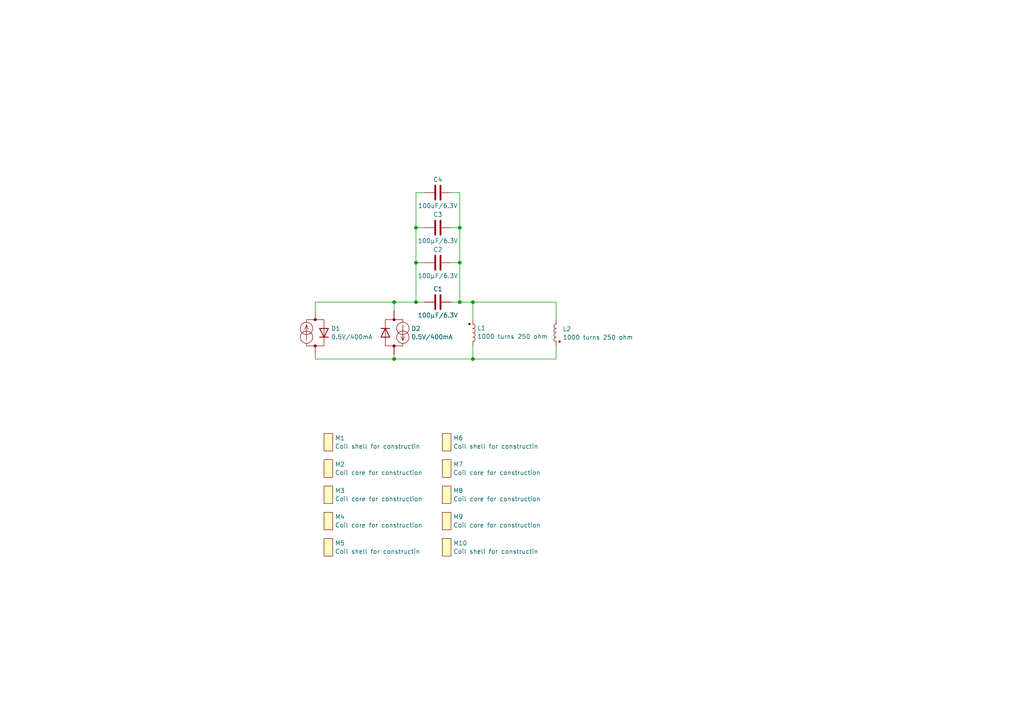
<source format=kicad_sch>
(kicad_sch (version 20230121) (generator eeschema)
  (paper "A4")
  (lib_symbols
    (symbol "Device:C" (pin_numbers hide) (pin_names (offset 0.254))
      (property "Reference" "C" (at 0.635 2.54 0))
      (property "Value" "C" (at 0.635 -2.54 0))
      (symbol "C_0_1"
        (polyline (pts (xy -2.032 -0.762) (xy 2.032 -0.762)) (stroke (width 0.508)))
        (polyline (pts (xy -2.032 0.762) (xy 2.032 0.762)) (stroke (width 0.508)))
      )
      (symbol "C_1_1"
        (pin passive line (at 0 3.81 270) (length 2.794) (name "~") (number "1"))
        (pin passive line (at 0 -3.81 90) (length 2.794) (name "~") (number "2"))
      )
    )
    (symbol "pendulum:Coil" (pin_numbers hide) (pin_names (offset 1.016) hide)
      (property "Reference" "L" (at 2.794 0.762 0))
      (property "Value" "1000 turns 250 ohm" (at 12.192 -1.27 0))
      (symbol "Coil_0_1"
        (arc (start 0 -2.54) (mid 0.6323 -1.905) (end 0 -1.27))
        (arc (start 0 -1.27) (mid 0.6323 -0.635) (end 0 0))
        (arc (start 0 0) (mid 0.6323 0.635) (end 0 1.27))
        (arc (start 0 1.27) (mid 0.6323 1.905) (end 0 2.54))
      )
      (symbol "Coil_1_1"
        (circle (center -1.016 2.54) (radius 0.254) (fill (type outline)))
        (pin passive line (at 0 3.81 270) (length 1.27) (name "1") (number "1"))
        (pin passive line (at 0 -3.81 90) (length 1.27) (name "2") (number "2"))
      )
    )
    (symbol "pendulum:Coil_core_for_construction"
      (property "Reference" "M" (at 3.81 -1.27 0))
      (property "Value" "Coil core for construction" (at 3.81 -3.81 0))
      (symbol "Coil_core_for_construction_1_1"
        (rectangle (start 0 0) (end 2.54 -5.08) (fill (type background)))
      )
    )
    (symbol "pendulum:Coil_shell_for_construction"
      (property "Reference" "M" (at 3.81 -1.27 0))
      (property "Value" "Coil shell for constructin" (at 3.81 -3.81 0))
      (symbol "Coil_shell_for_construction_1_1"
        (rectangle (start 0 0) (end 2.54 -5.08) (fill (type background)))
      )
    )
    (symbol "pendulum:solar_cell" (pin_numbers hide) (pin_names hide)
      (property "Reference" "D" (at 5.08 0 0))
      (property "Value" "0.5V/400mA" (at 10.16 -2.54 0))
      (symbol "solar_cell_0_1"
        (circle (center -2.54 -2.54) (radius 1.7961))
        (circle (center -2.54 0) (radius 1.7961))
        (polyline (pts (xy -2.032 -0.254) (xy -2.54 1.016)))
        (polyline (pts (xy 1.27 -2.54) (xy 3.81 -2.54)) (stroke (width 0.254)))
        (polyline (pts (xy 2.54 0) (xy 2.54 -2.54)))
        (polyline (pts (xy -2.54 -3.556) (xy -2.54 1.016) (xy -3.048 -0.254)))
        (polyline (pts (xy -2.54 -4.318) (xy -2.54 -5.08) (xy 2.54 -5.08) (xy 2.54 -2.54)))
        (polyline (pts (xy -2.54 1.778) (xy -2.54 2.54) (xy 2.54 2.54) (xy 2.54 0)))
        (polyline (pts (xy 1.27 0) (xy 3.81 0) (xy 2.54 -2.54) (xy 1.27 0)) (stroke (width 0.254)))
      )
      (symbol "solar_cell_1_1"
        (circle (center 0 -5.08) (radius 0.3592) (fill (type outline)))
        (circle (center 0 2.54) (radius 0.3592) (fill (type outline)))
        (pin passive line (at 0 5.08 270) (length 2.54) (name "A") (number "1"))
        (pin passive line (at 0 -7.62 90) (length 2.54) (name "K") (number "2"))
      )
    )
  )
  (junction (at 137.16 104.14))
  (junction (at 120.65 87.63))
  (junction (at 133.35 66.04))
  (junction (at 114.3 87.63))
  (junction (at 133.35 76.2))
  (junction (at 133.35 87.63))
  (junction (at 120.65 76.2))
  (junction (at 137.16 87.63))
  (junction (at 114.3 104.14))
  (junction (at 120.65 66.04))
  (wire (pts (xy 120.65 55.88) (xy 120.65 66.04)))
  (wire (pts (xy 133.35 87.63) (xy 137.16 87.63)))
  (wire (pts (xy 161.29 104.14) (xy 137.16 104.14)))
  (wire (pts (xy 91.44 102.87) (xy 91.44 104.14)))
  (wire (pts (xy 120.65 76.2) (xy 120.65 87.63)))
  (wire (pts (xy 137.16 104.14) (xy 114.3 104.14)))
  (wire (pts (xy 133.35 76.2) (xy 133.35 87.63)))
  (wire (pts (xy 161.29 87.63) (xy 161.29 92.71)))
  (wire (pts (xy 120.65 66.04) (xy 120.65 76.2)))
  (wire (pts (xy 91.44 104.14) (xy 114.3 104.14)))
  (wire (pts (xy 130.81 66.04) (xy 133.35 66.04)))
  (wire (pts (xy 120.65 66.04) (xy 123.19 66.04)))
  (wire (pts (xy 137.16 87.63) (xy 137.16 92.71)))
  (wire (pts (xy 137.16 100.33) (xy 137.16 104.14)))
  (wire (pts (xy 120.65 87.63) (xy 123.19 87.63)))
  (wire (pts (xy 91.44 87.63) (xy 114.3 87.63)))
  (wire (pts (xy 123.19 55.88) (xy 120.65 55.88)))
  (wire (pts (xy 133.35 55.88) (xy 133.35 66.04)))
  (wire (pts (xy 130.81 87.63) (xy 133.35 87.63)))
  (wire (pts (xy 91.44 90.17) (xy 91.44 87.63)))
  (wire (pts (xy 137.16 87.63) (xy 161.29 87.63)))
  (wire (pts (xy 130.81 76.2) (xy 133.35 76.2)))
  (wire (pts (xy 114.3 104.14) (xy 114.3 102.87)))
  (wire (pts (xy 133.35 66.04) (xy 133.35 76.2)))
  (wire (pts (xy 161.29 100.33) (xy 161.29 104.14)))
  (wire (pts (xy 130.81 55.88) (xy 133.35 55.88)))
  (wire (pts (xy 120.65 76.2) (xy 123.19 76.2)))
  (wire (pts (xy 114.3 87.63) (xy 114.3 90.17)))
  (wire (pts (xy 114.3 87.63) (xy 120.65 87.63)))
  (symbol (lib_id "pendulum:solar_cell") (at 114.3 97.79 180) (unit 1)
    (property "Reference" "D2" (at 119.2711 95.3079 0) (effects (justify right)))
    (property "Value" "0.5V/400mA" (at 119.2711 97.7321 0) (effects (justify right)))
    (property "Footprint" "pendulum:solar_cell" (effects hide))
  )
  (symbol (lib_id "pendulum:Coil_shell_for_construction") (at 128.27 125.73 0) (unit 1)
    (property "Reference" "M6" (at 131.445 127.0579 0) (effects (justify left)))
    (property "Value" "Coil shell for constructin" (at 131.445 129.4821 0) (effects (justify left)))
    (property "Footprint" "pendulum:coil_shell_for_construction" (effects hide))
  )
  (symbol (lib_id "pendulum:Coil") (at 161.29 96.52 180) (unit 1)
    (property "Reference" "L2" (at 163.1949 95.4349 0) (effects (justify right)))
    (property "Value" "1000 turns 250 ohm" (at 163.1949 97.8591 0) (effects (justify right)))
    (property "Footprint" "pendulum:coil" (effects hide))
  )
  (symbol (lib_id "pendulum:solar_cell") (at 91.44 95.25 0) (unit 1)
    (property "Reference" "D1" (at 96.012 95.3079 0) (effects (justify left)))
    (property "Value" "0.5V/400mA" (at 96.012 97.7321 0) (effects (justify left)))
    (property "Footprint" "pendulum:solar_cell" (effects hide))
  )
  (symbol (lib_id "Device:C") (at 127 66.04 90) (unit 1)
    (property "Reference" "C3" (at 127 62.23 90))
    (property "Value" "100µF/6.3V" (at 127 69.85 90))
    (property "Footprint" "Capacitor_SMD:C_1206_3216Metric_Pad1.33x1.80mm_HandSolder" (effects hide))
  )
  (symbol (lib_id "Device:C") (at 127 55.88 90) (unit 1)
    (property "Reference" "C4" (at 127 52.07 90))
    (property "Value" "100uF/6.3V" (at 127 59.69 90))
    (property "Footprint" "Capacitor_SMD:C_1206_3216Metric_Pad1.33x1.80mm_HandSolder" (effects hide))
  )
  (symbol (lib_id "pendulum:Coil_core_for_construction") (at 128.27 140.97 0) (unit 1)
    (property "Reference" "M8" (at 131.445 142.2979 0) (effects (justify left)))
    (property "Value" "Coil core for construction" (at 131.445 144.7221 0) (effects (justify left)))
    (property "Footprint" "pendulum:coil_core_for_construction" (effects hide))
  )
  (symbol (lib_id "pendulum:Coil_shell_for_construction") (at 93.98 125.73 0) (unit 1)
    (property "Reference" "M1" (at 97.155 127.0579 0) (effects (justify left)))
    (property "Value" "Coil shell for constructin" (at 97.155 129.4821 0) (effects (justify left)))
    (property "Footprint" "pendulum:coil_shell_for_construction" (effects hide))
  )
  (symbol (lib_id "pendulum:Coil_core_for_construction") (at 128.27 133.35 0) (unit 1)
    (property "Reference" "M7" (at 131.445 134.6779 0) (effects (justify left)))
    (property "Value" "Coil core for construction" (at 131.445 137.1021 0) (effects (justify left)))
    (property "Footprint" "pendulum:coil_core_for_construction" (effects hide))
  )
  (symbol (lib_id "pendulum:Coil_shell_for_construction") (at 128.27 156.21 0) (unit 1)
    (property "Reference" "M10" (at 131.445 157.5379 0) (effects (justify left)))
    (property "Value" "Coil shell for constructin" (at 131.445 159.9621 0) (effects (justify left)))
    (property "Footprint" "pendulum:coil_shell_for_construction" (effects hide))
  )
  (symbol (lib_id "pendulum:Coil_core_for_construction") (at 93.98 140.97 0) (unit 1)
    (property "Reference" "M3" (at 97.155 142.2979 0) (effects (justify left)))
    (property "Value" "Coil core for construction" (at 97.155 144.7221 0) (effects (justify left)))
    (property "Footprint" "pendulum:coil_core_for_construction" (effects hide))
  )
  (symbol (lib_id "pendulum:Coil") (at 137.16 96.52 0) (unit 1)
    (property "Reference" "L1" (at 138.4272 95.1809 0) (effects (justify left)))
    (property "Value" "1000 turns 250 ohm" (at 138.4272 97.6051 0) (effects (justify left)))
    (property "Footprint" "pendulum:coil" (effects hide))
  )
  (symbol (lib_id "pendulum:Coil_core_for_construction") (at 93.98 148.59 0) (unit 1)
    (property "Reference" "M4" (at 97.155 149.9179 0) (effects (justify left)))
    (property "Value" "Coil core for construction" (at 97.155 152.3421 0) (effects (justify left)))
    (property "Footprint" "pendulum:coil_core_for_construction" (effects hide))
  )
  (symbol (lib_id "pendulum:Coil_core_for_construction") (at 93.98 133.35 0) (unit 1)
    (property "Reference" "M2" (at 97.155 134.6779 0) (effects (justify left)))
    (property "Value" "Coil core for construction" (at 97.155 137.1021 0) (effects (justify left)))
    (property "Footprint" "pendulum:coil_core_for_construction" (effects hide))
  )
  (symbol (lib_id "pendulum:Coil_core_for_construction") (at 128.27 148.59 0) (unit 1)
    (property "Reference" "M9" (at 131.445 149.9179 0) (effects (justify left)))
    (property "Value" "Coil core for construction" (at 131.445 152.3421 0) (effects (justify left)))
    (property "Footprint" "pendulum:coil_core_for_construction" (effects hide))
  )
  (symbol (lib_id "pendulum:Coil_shell_for_construction") (at 93.98 156.21 0) (unit 1)
    (property "Reference" "M5" (at 97.155 157.5379 0) (effects (justify left)))
    (property "Value" "Coil shell for constructin" (at 97.155 159.9621 0) (effects (justify left)))
    (property "Footprint" "pendulum:coil_shell_for_construction" (effects hide))
  )
  (symbol (lib_id "Device:C") (at 127 87.63 90) (unit 1)
    (property "Reference" "C1" (at 127 83.82 90))
    (property "Value" "100µF/6.3V" (at 127 91.44 90))
    (property "Footprint" "Capacitor_SMD:C_1206_3216Metric_Pad1.33x1.80mm_HandSolder" (effects hide))
  )
  (symbol (lib_id "Device:C") (at 127 76.2 90) (unit 1)
    (property "Reference" "C2" (at 127 72.39 90))
    (property "Value" "100µF/6.3V" (at 127 80.01 90))
    (property "Footprint" "Capacitor_SMD:C_1206_3216Metric_Pad1.33x1.80mm_HandSolder" (effects hide))
  )
)
</source>
